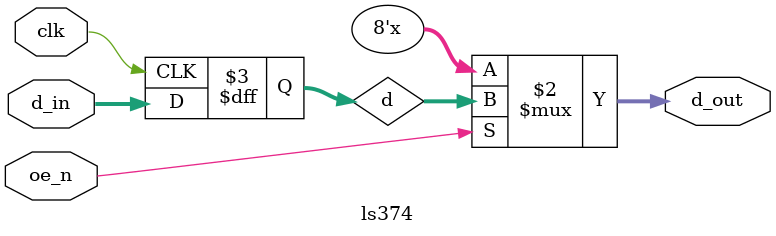
<source format=v>
module ls374
  (
    input [7:0] d_in,
    input clk,
    input oe_n,
    output [7:0] d_out
  );
  reg [7:0] d;
  always @(posedge clk)
  begin
    d <= d_in;
  end
  assign d_out = oe_n ? d : 8'bzzzz_zzzz;
endmodule

</source>
